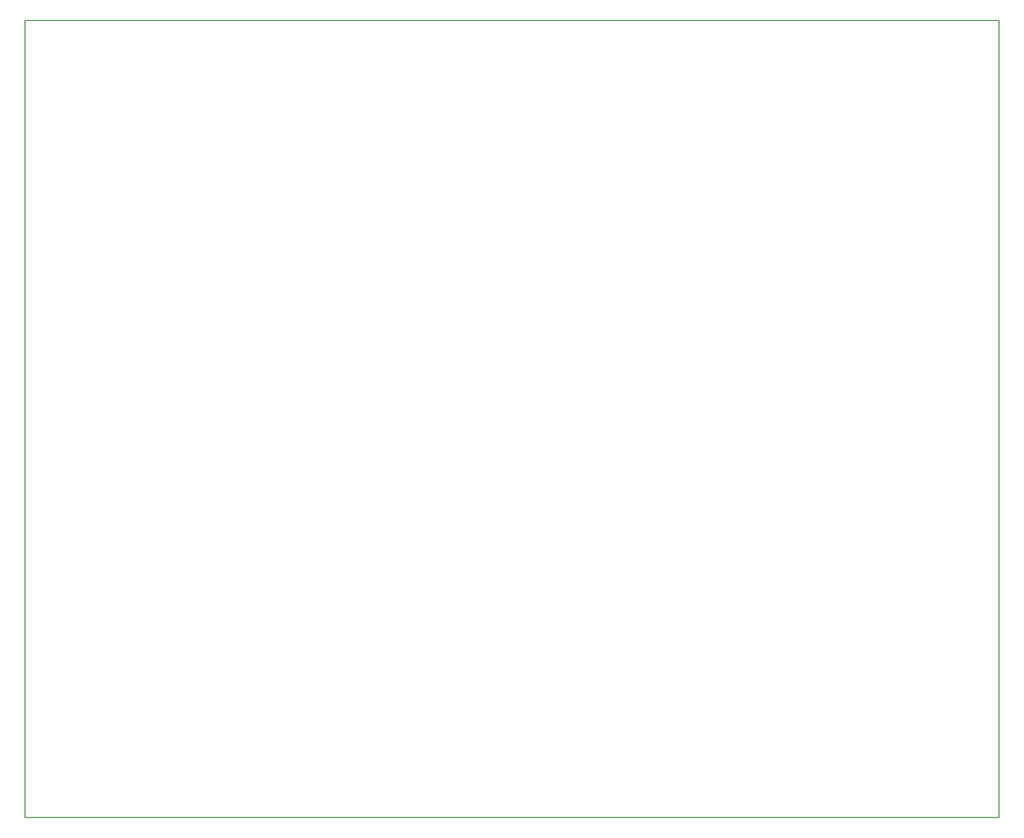
<source format=gbr>
%TF.GenerationSoftware,KiCad,Pcbnew,8.0.8*%
%TF.CreationDate,2025-02-12T00:11:01+01:00*%
%TF.ProjectId,Endstufe,456e6473-7475-4666-952e-6b696361645f,rev?*%
%TF.SameCoordinates,Original*%
%TF.FileFunction,Profile,NP*%
%FSLAX46Y46*%
G04 Gerber Fmt 4.6, Leading zero omitted, Abs format (unit mm)*
G04 Created by KiCad (PCBNEW 8.0.8) date 2025-02-12 00:11:01*
%MOMM*%
%LPD*%
G01*
G04 APERTURE LIST*
%TA.AperFunction,Profile*%
%ADD10C,0.150000*%
%TD*%
G04 APERTURE END LIST*
D10*
X211963000Y-172179000D02*
X211901000Y-37179000D01*
X211963000Y-172179000D02*
X46963000Y-172179000D01*
X46963000Y-37179000D02*
X211901000Y-37179000D01*
X46963000Y-37179000D02*
X46963000Y-172179000D01*
M02*

</source>
